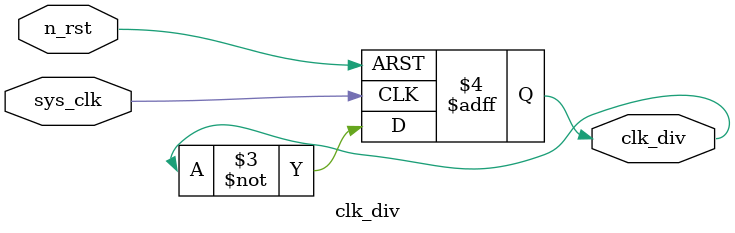
<source format=v>
`timescale 1ns / 1ps


module clk_div(
    input sys_clk,
    input n_rst,
    output clk_div
    );
 
reg clk_div;
always@(posedge sys_clk or negedge n_rst)
begin 
    if(!n_rst)  
          clk_div <= 1'b0;
    else
          clk_div <= ~clk_div;

end
 
    
endmodule

</source>
